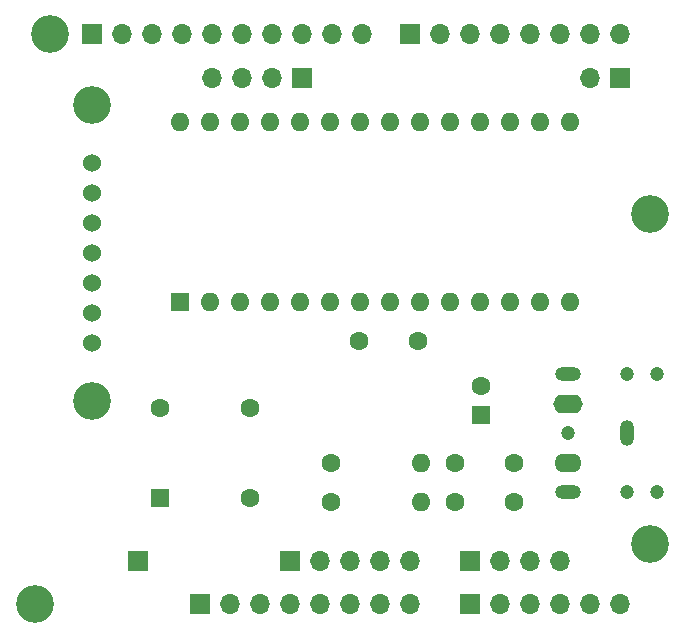
<source format=gbr>
%TF.GenerationSoftware,KiCad,Pcbnew,8.0.7*%
%TF.CreationDate,2025-09-11T21:50:55+01:00*%
%TF.ProjectId,ArduinoSP0256AAL2,41726475-696e-46f5-9350-303235364141,rev?*%
%TF.SameCoordinates,Original*%
%TF.FileFunction,Soldermask,Bot*%
%TF.FilePolarity,Negative*%
%FSLAX46Y46*%
G04 Gerber Fmt 4.6, Leading zero omitted, Abs format (unit mm)*
G04 Created by KiCad (PCBNEW 8.0.7) date 2025-09-11 21:50:55*
%MOMM*%
%LPD*%
G01*
G04 APERTURE LIST*
%ADD10R,1.700000X1.700000*%
%ADD11O,1.700000X1.700000*%
%ADD12C,1.600000*%
%ADD13R,1.600000X1.600000*%
%ADD14O,1.600000X1.600000*%
%ADD15C,3.200000*%
%ADD16C,1.524000*%
%ADD17C,1.200000*%
%ADD18O,2.200000X1.200000*%
%ADD19O,2.300000X1.600000*%
%ADD20O,1.200000X2.200000*%
%ADD21O,2.500000X1.600000*%
G04 APERTURE END LIST*
D10*
%TO.C,J10*%
X122700000Y-93800000D03*
%TD*%
%TO.C,J1*%
X127940000Y-97460000D03*
D11*
X130480000Y-97460000D03*
X133020000Y-97460000D03*
X135560000Y-97460000D03*
X138100000Y-97460000D03*
X140640000Y-97460000D03*
X143180000Y-97460000D03*
X145720000Y-97460000D03*
%TD*%
D10*
%TO.C,J3*%
X150800000Y-97460000D03*
D11*
X153340000Y-97460000D03*
X155880000Y-97460000D03*
X158420000Y-97460000D03*
X160960000Y-97460000D03*
X163500000Y-97460000D03*
%TD*%
D10*
%TO.C,J2*%
X118796000Y-49200000D03*
D11*
X121336000Y-49200000D03*
X123876000Y-49200000D03*
X126416000Y-49200000D03*
X128956000Y-49200000D03*
X131496000Y-49200000D03*
X134036000Y-49200000D03*
X136576000Y-49200000D03*
X139116000Y-49200000D03*
X141656000Y-49200000D03*
%TD*%
D10*
%TO.C,J4*%
X145720000Y-49200000D03*
D11*
X148260000Y-49200000D03*
X150800000Y-49200000D03*
X153340000Y-49200000D03*
X155880000Y-49200000D03*
X158420000Y-49200000D03*
X160960000Y-49200000D03*
X163500000Y-49200000D03*
%TD*%
D12*
%TO.C,C2*%
X154500000Y-85500000D03*
X149500000Y-85500000D03*
%TD*%
D13*
%TO.C,U1*%
X126215000Y-71865000D03*
D14*
X128755000Y-71865000D03*
X131295000Y-71865000D03*
X133835000Y-71865000D03*
X136375000Y-71865000D03*
X138915000Y-71865000D03*
X141455000Y-71865000D03*
X143995000Y-71865000D03*
X146535000Y-71865000D03*
X149075000Y-71865000D03*
X151615000Y-71865000D03*
X154155000Y-71865000D03*
X156695000Y-71865000D03*
X159235000Y-71865000D03*
X159235000Y-56625000D03*
X156695000Y-56625000D03*
X154155000Y-56625000D03*
X151615000Y-56625000D03*
X149075000Y-56625000D03*
X146535000Y-56625000D03*
X143995000Y-56625000D03*
X141455000Y-56625000D03*
X138915000Y-56625000D03*
X136375000Y-56625000D03*
X133835000Y-56625000D03*
X131295000Y-56625000D03*
X128755000Y-56625000D03*
X126215000Y-56625000D03*
%TD*%
D15*
%TO.C,U2*%
X118800000Y-55250000D03*
X118800000Y-80250000D03*
D16*
X118800000Y-60130000D03*
X118800000Y-62670000D03*
X118800000Y-65210000D03*
X118800000Y-67750000D03*
X118800000Y-70290000D03*
X118800000Y-72830000D03*
X118800000Y-75370000D03*
%TD*%
D12*
%TO.C,R2*%
X139000000Y-85500000D03*
D14*
X146620000Y-85500000D03*
%TD*%
D17*
%TO.C,J5*%
X164075000Y-88000000D03*
X166575000Y-88000000D03*
X159075000Y-83000000D03*
X164075000Y-78000000D03*
X166575000Y-78000000D03*
D18*
X159075000Y-88000000D03*
D19*
X159075000Y-85500000D03*
D20*
X164075000Y-83000000D03*
D18*
X159075000Y-78000000D03*
D21*
X159075000Y-80500000D03*
%TD*%
D13*
%TO.C,X1*%
X124500000Y-88500000D03*
D12*
X132120000Y-88500000D03*
X132120000Y-80880000D03*
X124500000Y-80880000D03*
%TD*%
D15*
%TO.C,MH1*%
X115240000Y-49200000D03*
%TD*%
D10*
%TO.C,J6*%
X136576000Y-52900000D03*
D11*
X134036000Y-52900000D03*
X131496000Y-52900000D03*
X128956000Y-52900000D03*
%TD*%
D12*
%TO.C,C1*%
X154500000Y-88800000D03*
X149500000Y-88800000D03*
%TD*%
D10*
%TO.C,J9*%
X135560000Y-93800000D03*
D11*
X138100000Y-93800000D03*
X140640000Y-93800000D03*
X143180000Y-93800000D03*
X145720000Y-93800000D03*
%TD*%
D12*
%TO.C,C4*%
X146400000Y-75200000D03*
X141400000Y-75200000D03*
%TD*%
D10*
%TO.C,J8*%
X163500000Y-52900000D03*
D11*
X160960000Y-52900000D03*
%TD*%
D12*
%TO.C,R1*%
X139000000Y-88800000D03*
D14*
X146620000Y-88800000D03*
%TD*%
D10*
%TO.C,J7*%
X150800000Y-93800000D03*
D11*
X153340000Y-93800000D03*
X155880000Y-93800000D03*
X158420000Y-93800000D03*
%TD*%
D13*
%TO.C,C3*%
X151750000Y-81500000D03*
D12*
X151750000Y-79000000D03*
%TD*%
D15*
%TO.C,MH2*%
X113970000Y-97460000D03*
%TD*%
%TO.C,MH3*%
X166040000Y-64440000D03*
%TD*%
%TO.C,MH4*%
X166040000Y-92380000D03*
%TD*%
M02*

</source>
